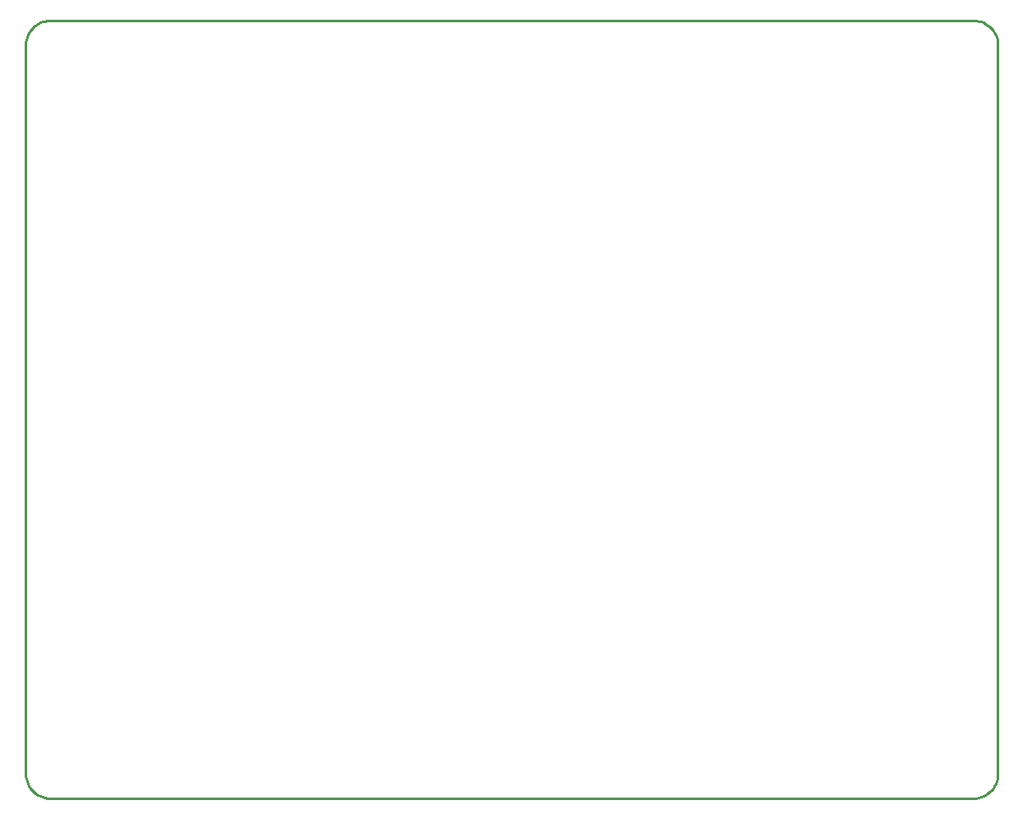
<source format=gm1>
G04*
G04 #@! TF.GenerationSoftware,Altium Limited,Altium Designer,23.3.1 (30)*
G04*
G04 Layer_Color=16711935*
%FSLAX25Y25*%
%MOIN*%
G70*
G04*
G04 #@! TF.SameCoordinates,C60E4857-7E3E-4254-B878-B1AAC805503D*
G04*
G04*
G04 #@! TF.FilePolarity,Positive*
G04*
G01*
G75*
%ADD13C,0.01000*%
D13*
X383858Y0D02*
X384887Y54D01*
X385905Y215D01*
X386900Y482D01*
X387862Y851D01*
X388779Y1319D01*
X389644Y1880D01*
X390444Y2528D01*
X391173Y3257D01*
X391821Y4057D01*
X392382Y4921D01*
X392850Y5839D01*
X393219Y6801D01*
X393486Y7796D01*
X393647Y8814D01*
X393701Y9843D01*
Y305118D02*
X393647Y306147D01*
X393486Y307165D01*
X393219Y308160D01*
X392850Y309121D01*
X392382Y310039D01*
X391821Y310903D01*
X391173Y311704D01*
X390444Y312433D01*
X389644Y313081D01*
X388779Y313642D01*
X387862Y314110D01*
X386900Y314479D01*
X385905Y314746D01*
X384887Y314907D01*
X383858Y314961D01*
X9843D02*
X8814Y314907D01*
X7796Y314746D01*
X6801Y314479D01*
X5839Y314110D01*
X4921Y313642D01*
X4057Y313081D01*
X3257Y312433D01*
X2528Y311704D01*
X1880Y310903D01*
X1319Y310039D01*
X851Y309121D01*
X482Y308160D01*
X215Y307165D01*
X54Y306147D01*
X0Y305118D01*
Y9843D02*
X54Y8814D01*
X215Y7796D01*
X482Y6801D01*
X851Y5839D01*
X1319Y4921D01*
X1880Y4057D01*
X2528Y3257D01*
X3257Y2528D01*
X4057Y1880D01*
X4921Y1319D01*
X5839Y851D01*
X6801Y482D01*
X7796Y215D01*
X8814Y54D01*
X9843Y0D01*
X0Y9843D02*
Y305118D01*
X9843Y314961D02*
X383858D01*
X393701Y9843D02*
Y305118D01*
X9843Y0D02*
X383858D01*
M02*

</source>
